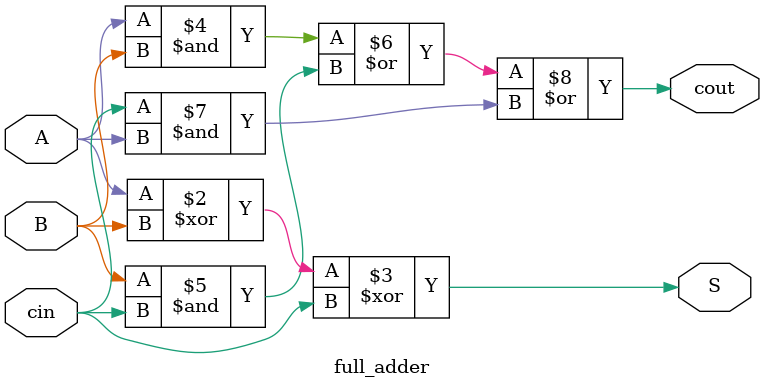
<source format=sv>
module full_adder(input logic A,B,cin,
       output logic S,
		 output logic cout
		 );
   //S = A xor B xor cin
	always_comb
	begin
   S = (A ^ B ^ cin);
   //cout  = AB + BC + CA
   cout = (A&B) | (B&cin) | (cin&A);
   end
endmodule

</source>
